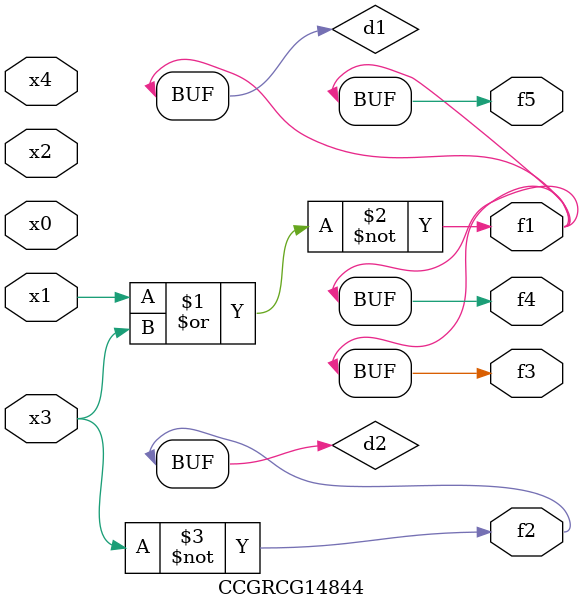
<source format=v>
module CCGRCG14844(
	input x0, x1, x2, x3, x4,
	output f1, f2, f3, f4, f5
);

	wire d1, d2;

	nor (d1, x1, x3);
	not (d2, x3);
	assign f1 = d1;
	assign f2 = d2;
	assign f3 = d1;
	assign f4 = d1;
	assign f5 = d1;
endmodule

</source>
